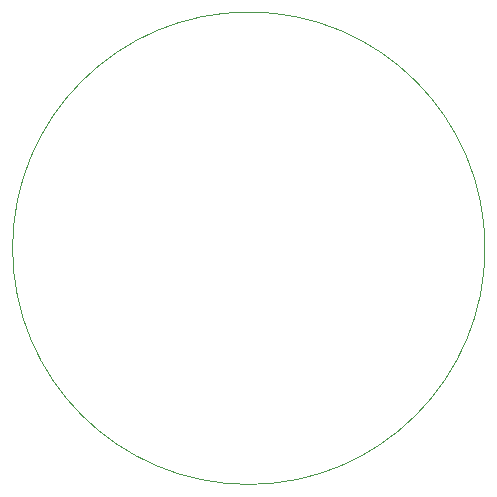
<source format=gbr>
G04 DipTrace 4.2.0.1*
G04 BoardOutline.gbr*
%MOMM*%
G04 #@! TF.FileFunction,Profile*
G04 #@! TF.Part,Single*
%ADD10C,0.12*%
%FSLAX35Y35*%
G04*
G71*
G90*
G75*
G01*
G04 BoardOutline*
%LPD*%
X5000000Y3000000D2*
D10*
G02X5000000Y3000000I-2000000J0D01*
G01*
M02*

</source>
